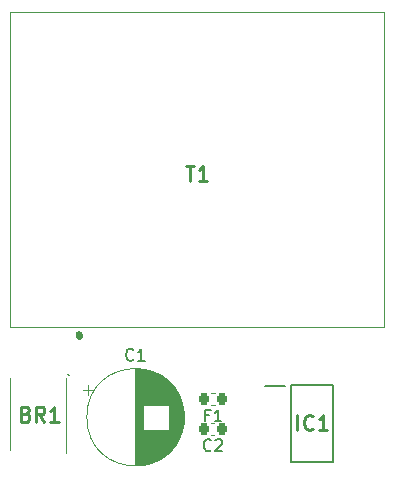
<source format=gbr>
%TF.GenerationSoftware,KiCad,Pcbnew,9.0.0*%
%TF.CreationDate,2025-03-04T05:22:46+01:00*%
%TF.ProjectId,PSU5V,50535535-562e-46b6-9963-61645f706362,rev?*%
%TF.SameCoordinates,Original*%
%TF.FileFunction,Legend,Top*%
%TF.FilePolarity,Positive*%
%FSLAX46Y46*%
G04 Gerber Fmt 4.6, Leading zero omitted, Abs format (unit mm)*
G04 Created by KiCad (PCBNEW 9.0.0) date 2025-03-04 05:22:46*
%MOMM*%
%LPD*%
G01*
G04 APERTURE LIST*
G04 Aperture macros list*
%AMRoundRect*
0 Rectangle with rounded corners*
0 $1 Rounding radius*
0 $2 $3 $4 $5 $6 $7 $8 $9 X,Y pos of 4 corners*
0 Add a 4 corners polygon primitive as box body*
4,1,4,$2,$3,$4,$5,$6,$7,$8,$9,$2,$3,0*
0 Add four circle primitives for the rounded corners*
1,1,$1+$1,$2,$3*
1,1,$1+$1,$4,$5*
1,1,$1+$1,$6,$7*
1,1,$1+$1,$8,$9*
0 Add four rect primitives between the rounded corners*
20,1,$1+$1,$2,$3,$4,$5,0*
20,1,$1+$1,$4,$5,$6,$7,0*
20,1,$1+$1,$6,$7,$8,$9,0*
20,1,$1+$1,$8,$9,$2,$3,0*%
G04 Aperture macros list end*
%ADD10C,0.150000*%
%ADD11C,0.254000*%
%ADD12C,0.120000*%
%ADD13C,0.200000*%
%ADD14C,0.100000*%
%ADD15C,0.600000*%
%ADD16RoundRect,0.218750X0.218750X0.256250X-0.218750X0.256250X-0.218750X-0.256250X0.218750X-0.256250X0*%
%ADD17RoundRect,0.225000X0.225000X0.250000X-0.225000X0.250000X-0.225000X-0.250000X0.225000X-0.250000X0*%
%ADD18R,1.600000X1.600000*%
%ADD19C,1.600000*%
%ADD20R,1.750000X0.950000*%
%ADD21R,1.750000X3.200000*%
%ADD22C,1.300000*%
%ADD23R,1.400000X1.000000*%
G04 APERTURE END LIST*
D10*
X50695166Y-63337009D02*
X50361833Y-63337009D01*
X50361833Y-63860819D02*
X50361833Y-62860819D01*
X50361833Y-62860819D02*
X50838023Y-62860819D01*
X51742785Y-63860819D02*
X51171357Y-63860819D01*
X51457071Y-63860819D02*
X51457071Y-62860819D01*
X51457071Y-62860819D02*
X51361833Y-63003676D01*
X51361833Y-63003676D02*
X51266595Y-63098914D01*
X51266595Y-63098914D02*
X51171357Y-63146533D01*
X50861833Y-66275580D02*
X50814214Y-66323200D01*
X50814214Y-66323200D02*
X50671357Y-66370819D01*
X50671357Y-66370819D02*
X50576119Y-66370819D01*
X50576119Y-66370819D02*
X50433262Y-66323200D01*
X50433262Y-66323200D02*
X50338024Y-66227961D01*
X50338024Y-66227961D02*
X50290405Y-66132723D01*
X50290405Y-66132723D02*
X50242786Y-65942247D01*
X50242786Y-65942247D02*
X50242786Y-65799390D01*
X50242786Y-65799390D02*
X50290405Y-65608914D01*
X50290405Y-65608914D02*
X50338024Y-65513676D01*
X50338024Y-65513676D02*
X50433262Y-65418438D01*
X50433262Y-65418438D02*
X50576119Y-65370819D01*
X50576119Y-65370819D02*
X50671357Y-65370819D01*
X50671357Y-65370819D02*
X50814214Y-65418438D01*
X50814214Y-65418438D02*
X50861833Y-65466057D01*
X51242786Y-65466057D02*
X51290405Y-65418438D01*
X51290405Y-65418438D02*
X51385643Y-65370819D01*
X51385643Y-65370819D02*
X51623738Y-65370819D01*
X51623738Y-65370819D02*
X51718976Y-65418438D01*
X51718976Y-65418438D02*
X51766595Y-65466057D01*
X51766595Y-65466057D02*
X51814214Y-65561295D01*
X51814214Y-65561295D02*
X51814214Y-65656533D01*
X51814214Y-65656533D02*
X51766595Y-65799390D01*
X51766595Y-65799390D02*
X51195167Y-66370819D01*
X51195167Y-66370819D02*
X51814214Y-66370819D01*
X44311333Y-58609580D02*
X44263714Y-58657200D01*
X44263714Y-58657200D02*
X44120857Y-58704819D01*
X44120857Y-58704819D02*
X44025619Y-58704819D01*
X44025619Y-58704819D02*
X43882762Y-58657200D01*
X43882762Y-58657200D02*
X43787524Y-58561961D01*
X43787524Y-58561961D02*
X43739905Y-58466723D01*
X43739905Y-58466723D02*
X43692286Y-58276247D01*
X43692286Y-58276247D02*
X43692286Y-58133390D01*
X43692286Y-58133390D02*
X43739905Y-57942914D01*
X43739905Y-57942914D02*
X43787524Y-57847676D01*
X43787524Y-57847676D02*
X43882762Y-57752438D01*
X43882762Y-57752438D02*
X44025619Y-57704819D01*
X44025619Y-57704819D02*
X44120857Y-57704819D01*
X44120857Y-57704819D02*
X44263714Y-57752438D01*
X44263714Y-57752438D02*
X44311333Y-57800057D01*
X45263714Y-58704819D02*
X44692286Y-58704819D01*
X44978000Y-58704819D02*
X44978000Y-57704819D01*
X44978000Y-57704819D02*
X44882762Y-57847676D01*
X44882762Y-57847676D02*
X44787524Y-57942914D01*
X44787524Y-57942914D02*
X44692286Y-57990533D01*
D11*
X58196237Y-64582318D02*
X58196237Y-63312318D01*
X59526714Y-64461365D02*
X59466238Y-64521842D01*
X59466238Y-64521842D02*
X59284809Y-64582318D01*
X59284809Y-64582318D02*
X59163857Y-64582318D01*
X59163857Y-64582318D02*
X58982428Y-64521842D01*
X58982428Y-64521842D02*
X58861476Y-64400889D01*
X58861476Y-64400889D02*
X58800999Y-64279937D01*
X58800999Y-64279937D02*
X58740523Y-64038032D01*
X58740523Y-64038032D02*
X58740523Y-63856603D01*
X58740523Y-63856603D02*
X58800999Y-63614699D01*
X58800999Y-63614699D02*
X58861476Y-63493746D01*
X58861476Y-63493746D02*
X58982428Y-63372794D01*
X58982428Y-63372794D02*
X59163857Y-63312318D01*
X59163857Y-63312318D02*
X59284809Y-63312318D01*
X59284809Y-63312318D02*
X59466238Y-63372794D01*
X59466238Y-63372794D02*
X59526714Y-63433270D01*
X60736238Y-64582318D02*
X60010523Y-64582318D01*
X60373380Y-64582318D02*
X60373380Y-63312318D01*
X60373380Y-63312318D02*
X60252428Y-63493746D01*
X60252428Y-63493746D02*
X60131476Y-63614699D01*
X60131476Y-63614699D02*
X60010523Y-63675175D01*
X48736381Y-42191318D02*
X49462095Y-42191318D01*
X49099238Y-43461318D02*
X49099238Y-42191318D01*
X50550667Y-43461318D02*
X49824952Y-43461318D01*
X50187809Y-43461318D02*
X50187809Y-42191318D01*
X50187809Y-42191318D02*
X50066857Y-42372746D01*
X50066857Y-42372746D02*
X49945905Y-42493699D01*
X49945905Y-42493699D02*
X49824952Y-42554175D01*
X35192952Y-63196080D02*
X35374380Y-63256556D01*
X35374380Y-63256556D02*
X35434857Y-63317032D01*
X35434857Y-63317032D02*
X35495333Y-63437984D01*
X35495333Y-63437984D02*
X35495333Y-63619413D01*
X35495333Y-63619413D02*
X35434857Y-63740365D01*
X35434857Y-63740365D02*
X35374380Y-63800842D01*
X35374380Y-63800842D02*
X35253428Y-63861318D01*
X35253428Y-63861318D02*
X34769618Y-63861318D01*
X34769618Y-63861318D02*
X34769618Y-62591318D01*
X34769618Y-62591318D02*
X35192952Y-62591318D01*
X35192952Y-62591318D02*
X35313904Y-62651794D01*
X35313904Y-62651794D02*
X35374380Y-62712270D01*
X35374380Y-62712270D02*
X35434857Y-62833222D01*
X35434857Y-62833222D02*
X35434857Y-62954175D01*
X35434857Y-62954175D02*
X35374380Y-63075127D01*
X35374380Y-63075127D02*
X35313904Y-63135603D01*
X35313904Y-63135603D02*
X35192952Y-63196080D01*
X35192952Y-63196080D02*
X34769618Y-63196080D01*
X36765333Y-63861318D02*
X36341999Y-63256556D01*
X36039618Y-63861318D02*
X36039618Y-62591318D01*
X36039618Y-62591318D02*
X36523428Y-62591318D01*
X36523428Y-62591318D02*
X36644380Y-62651794D01*
X36644380Y-62651794D02*
X36704857Y-62712270D01*
X36704857Y-62712270D02*
X36765333Y-62833222D01*
X36765333Y-62833222D02*
X36765333Y-63014651D01*
X36765333Y-63014651D02*
X36704857Y-63135603D01*
X36704857Y-63135603D02*
X36644380Y-63196080D01*
X36644380Y-63196080D02*
X36523428Y-63256556D01*
X36523428Y-63256556D02*
X36039618Y-63256556D01*
X37974857Y-63861318D02*
X37249142Y-63861318D01*
X37611999Y-63861318D02*
X37611999Y-62591318D01*
X37611999Y-62591318D02*
X37491047Y-62772746D01*
X37491047Y-62772746D02*
X37370095Y-62893699D01*
X37370095Y-62893699D02*
X37249142Y-62954175D01*
D12*
%TO.C,F1*%
X51191279Y-61466000D02*
X50865721Y-61466000D01*
X51191279Y-62486000D02*
X50865721Y-62486000D01*
%TO.C,C2*%
X51169080Y-63976000D02*
X50887920Y-63976000D01*
X51169080Y-64996000D02*
X50887920Y-64996000D01*
%TO.C,C1*%
X40068302Y-61185000D02*
X40868302Y-61185000D01*
X40468302Y-60785000D02*
X40468302Y-61585000D01*
X44478000Y-59420000D02*
X44478000Y-67580000D01*
X44518000Y-59420000D02*
X44518000Y-67580000D01*
X44558000Y-59420000D02*
X44558000Y-67580000D01*
X44598000Y-59421000D02*
X44598000Y-67579000D01*
X44638000Y-59423000D02*
X44638000Y-67577000D01*
X44678000Y-59424000D02*
X44678000Y-67576000D01*
X44718000Y-59426000D02*
X44718000Y-67574000D01*
X44758000Y-59429000D02*
X44758000Y-67571000D01*
X44798000Y-59432000D02*
X44798000Y-67568000D01*
X44838000Y-59435000D02*
X44838000Y-67565000D01*
X44878000Y-59439000D02*
X44878000Y-67561000D01*
X44918000Y-59443000D02*
X44918000Y-67557000D01*
X44958000Y-59448000D02*
X44958000Y-67552000D01*
X44998000Y-59452000D02*
X44998000Y-67548000D01*
X45038000Y-59458000D02*
X45038000Y-67542000D01*
X45078000Y-59463000D02*
X45078000Y-67537000D01*
X45118000Y-59470000D02*
X45118000Y-67530000D01*
X45158000Y-59476000D02*
X45158000Y-67524000D01*
X45199000Y-59483000D02*
X45199000Y-62460000D01*
X45199000Y-64540000D02*
X45199000Y-67517000D01*
X45239000Y-59490000D02*
X45239000Y-62460000D01*
X45239000Y-64540000D02*
X45239000Y-67510000D01*
X45279000Y-59498000D02*
X45279000Y-62460000D01*
X45279000Y-64540000D02*
X45279000Y-67502000D01*
X45319000Y-59506000D02*
X45319000Y-62460000D01*
X45319000Y-64540000D02*
X45319000Y-67494000D01*
X45359000Y-59515000D02*
X45359000Y-62460000D01*
X45359000Y-64540000D02*
X45359000Y-67485000D01*
X45399000Y-59524000D02*
X45399000Y-62460000D01*
X45399000Y-64540000D02*
X45399000Y-67476000D01*
X45439000Y-59533000D02*
X45439000Y-62460000D01*
X45439000Y-64540000D02*
X45439000Y-67467000D01*
X45479000Y-59543000D02*
X45479000Y-62460000D01*
X45479000Y-64540000D02*
X45479000Y-67457000D01*
X45519000Y-59553000D02*
X45519000Y-62460000D01*
X45519000Y-64540000D02*
X45519000Y-67447000D01*
X45559000Y-59564000D02*
X45559000Y-62460000D01*
X45559000Y-64540000D02*
X45559000Y-67436000D01*
X45599000Y-59575000D02*
X45599000Y-62460000D01*
X45599000Y-64540000D02*
X45599000Y-67425000D01*
X45639000Y-59586000D02*
X45639000Y-62460000D01*
X45639000Y-64540000D02*
X45639000Y-67414000D01*
X45679000Y-59598000D02*
X45679000Y-62460000D01*
X45679000Y-64540000D02*
X45679000Y-67402000D01*
X45719000Y-59611000D02*
X45719000Y-62460000D01*
X45719000Y-64540000D02*
X45719000Y-67389000D01*
X45759000Y-59623000D02*
X45759000Y-62460000D01*
X45759000Y-64540000D02*
X45759000Y-67377000D01*
X45799000Y-59637000D02*
X45799000Y-62460000D01*
X45799000Y-64540000D02*
X45799000Y-67363000D01*
X45839000Y-59650000D02*
X45839000Y-62460000D01*
X45839000Y-64540000D02*
X45839000Y-67350000D01*
X45879000Y-59665000D02*
X45879000Y-62460000D01*
X45879000Y-64540000D02*
X45879000Y-67335000D01*
X45919000Y-59679000D02*
X45919000Y-62460000D01*
X45919000Y-64540000D02*
X45919000Y-67321000D01*
X45959000Y-59695000D02*
X45959000Y-62460000D01*
X45959000Y-64540000D02*
X45959000Y-67305000D01*
X45999000Y-59710000D02*
X45999000Y-62460000D01*
X45999000Y-64540000D02*
X45999000Y-67290000D01*
X46039000Y-59726000D02*
X46039000Y-62460000D01*
X46039000Y-64540000D02*
X46039000Y-67274000D01*
X46079000Y-59743000D02*
X46079000Y-62460000D01*
X46079000Y-64540000D02*
X46079000Y-67257000D01*
X46119000Y-59760000D02*
X46119000Y-62460000D01*
X46119000Y-64540000D02*
X46119000Y-67240000D01*
X46159000Y-59778000D02*
X46159000Y-62460000D01*
X46159000Y-64540000D02*
X46159000Y-67222000D01*
X46199000Y-59796000D02*
X46199000Y-62460000D01*
X46199000Y-64540000D02*
X46199000Y-67204000D01*
X46239000Y-59814000D02*
X46239000Y-62460000D01*
X46239000Y-64540000D02*
X46239000Y-67186000D01*
X46279000Y-59834000D02*
X46279000Y-62460000D01*
X46279000Y-64540000D02*
X46279000Y-67166000D01*
X46319000Y-59853000D02*
X46319000Y-62460000D01*
X46319000Y-64540000D02*
X46319000Y-67147000D01*
X46359000Y-59873000D02*
X46359000Y-62460000D01*
X46359000Y-64540000D02*
X46359000Y-67127000D01*
X46399000Y-59894000D02*
X46399000Y-62460000D01*
X46399000Y-64540000D02*
X46399000Y-67106000D01*
X46439000Y-59916000D02*
X46439000Y-62460000D01*
X46439000Y-64540000D02*
X46439000Y-67084000D01*
X46479000Y-59938000D02*
X46479000Y-62460000D01*
X46479000Y-64540000D02*
X46479000Y-67062000D01*
X46519000Y-59960000D02*
X46519000Y-62460000D01*
X46519000Y-64540000D02*
X46519000Y-67040000D01*
X46559000Y-59983000D02*
X46559000Y-62460000D01*
X46559000Y-64540000D02*
X46559000Y-67017000D01*
X46599000Y-60007000D02*
X46599000Y-62460000D01*
X46599000Y-64540000D02*
X46599000Y-66993000D01*
X46639000Y-60031000D02*
X46639000Y-62460000D01*
X46639000Y-64540000D02*
X46639000Y-66969000D01*
X46679000Y-60056000D02*
X46679000Y-62460000D01*
X46679000Y-64540000D02*
X46679000Y-66944000D01*
X46719000Y-60082000D02*
X46719000Y-62460000D01*
X46719000Y-64540000D02*
X46719000Y-66918000D01*
X46759000Y-60108000D02*
X46759000Y-62460000D01*
X46759000Y-64540000D02*
X46759000Y-66892000D01*
X46799000Y-60135000D02*
X46799000Y-62460000D01*
X46799000Y-64540000D02*
X46799000Y-66865000D01*
X46839000Y-60162000D02*
X46839000Y-62460000D01*
X46839000Y-64540000D02*
X46839000Y-66838000D01*
X46879000Y-60191000D02*
X46879000Y-62460000D01*
X46879000Y-64540000D02*
X46879000Y-66809000D01*
X46919000Y-60220000D02*
X46919000Y-62460000D01*
X46919000Y-64540000D02*
X46919000Y-66780000D01*
X46959000Y-60250000D02*
X46959000Y-62460000D01*
X46959000Y-64540000D02*
X46959000Y-66750000D01*
X46999000Y-60280000D02*
X46999000Y-62460000D01*
X46999000Y-64540000D02*
X46999000Y-66720000D01*
X47039000Y-60311000D02*
X47039000Y-62460000D01*
X47039000Y-64540000D02*
X47039000Y-66689000D01*
X47079000Y-60344000D02*
X47079000Y-62460000D01*
X47079000Y-64540000D02*
X47079000Y-66656000D01*
X47119000Y-60376000D02*
X47119000Y-62460000D01*
X47119000Y-64540000D02*
X47119000Y-66624000D01*
X47159000Y-60410000D02*
X47159000Y-62460000D01*
X47159000Y-64540000D02*
X47159000Y-66590000D01*
X47199000Y-60445000D02*
X47199000Y-62460000D01*
X47199000Y-64540000D02*
X47199000Y-66555000D01*
X47239000Y-60481000D02*
X47239000Y-62460000D01*
X47239000Y-64540000D02*
X47239000Y-66519000D01*
X47279000Y-60517000D02*
X47279000Y-66483000D01*
X47319000Y-60555000D02*
X47319000Y-66445000D01*
X47359000Y-60593000D02*
X47359000Y-66407000D01*
X47399000Y-60633000D02*
X47399000Y-66367000D01*
X47439000Y-60674000D02*
X47439000Y-66326000D01*
X47479000Y-60716000D02*
X47479000Y-66284000D01*
X47519000Y-60759000D02*
X47519000Y-66241000D01*
X47559000Y-60803000D02*
X47559000Y-66197000D01*
X47599000Y-60849000D02*
X47599000Y-66151000D01*
X47639000Y-60896000D02*
X47639000Y-66104000D01*
X47679000Y-60944000D02*
X47679000Y-66056000D01*
X47719000Y-60995000D02*
X47719000Y-66005000D01*
X47759000Y-61046000D02*
X47759000Y-65954000D01*
X47799000Y-61100000D02*
X47799000Y-65900000D01*
X47839000Y-61155000D02*
X47839000Y-65845000D01*
X47879000Y-61213000D02*
X47879000Y-65787000D01*
X47919000Y-61272000D02*
X47919000Y-65728000D01*
X47959000Y-61334000D02*
X47959000Y-65666000D01*
X47999000Y-61398000D02*
X47999000Y-65602000D01*
X48039000Y-61466000D02*
X48039000Y-65534000D01*
X48079000Y-61536000D02*
X48079000Y-65464000D01*
X48119000Y-61610000D02*
X48119000Y-65390000D01*
X48159000Y-61687000D02*
X48159000Y-65313000D01*
X48199000Y-61769000D02*
X48199000Y-65231000D01*
X48239000Y-61855000D02*
X48239000Y-65145000D01*
X48279000Y-61948000D02*
X48279000Y-65052000D01*
X48319000Y-62047000D02*
X48319000Y-64953000D01*
X48359000Y-62154000D02*
X48359000Y-64846000D01*
X48399000Y-62271000D02*
X48399000Y-64729000D01*
X48439000Y-62402000D02*
X48439000Y-64598000D01*
X48479000Y-62552000D02*
X48479000Y-64448000D01*
X48519000Y-62732000D02*
X48519000Y-64268000D01*
X48559000Y-62967000D02*
X48559000Y-64033000D01*
X48598000Y-63500000D02*
G75*
G02*
X40358000Y-63500000I-4120000J0D01*
G01*
X40358000Y-63500000D02*
G75*
G02*
X48598000Y-63500000I4120000J0D01*
G01*
D13*
%TO.C,IC1*%
X55411000Y-60883000D02*
X57161000Y-60883000D01*
X57686000Y-60758000D02*
X61186000Y-60758000D01*
X57686000Y-67258000D02*
X57686000Y-60758000D01*
X61186000Y-60758000D02*
X61186000Y-67258000D01*
X61186000Y-67258000D02*
X57686000Y-67258000D01*
D14*
%TO.C,T1*%
X33854000Y-29162000D02*
X33854000Y-55862000D01*
X33854000Y-55862000D02*
X65554000Y-55862000D01*
D15*
X39704000Y-56512000D02*
X39704000Y-56512000D01*
X39704000Y-56612000D02*
X39704000Y-56612000D01*
D14*
X65554000Y-29162000D02*
X33854000Y-29162000D01*
X65554000Y-55862000D02*
X65554000Y-29162000D01*
D15*
X39704000Y-56512000D02*
G75*
G02*
X39704000Y-56612000I0J-50000D01*
G01*
X39704000Y-56612000D02*
G75*
G02*
X39704000Y-56512000I0J50000D01*
G01*
D14*
%TO.C,BR1*%
X33854000Y-60212000D02*
X33854000Y-66287000D01*
X38604000Y-60212000D02*
X38604000Y-66487000D01*
X38729000Y-59887000D02*
X38729000Y-59887000D01*
X38829000Y-59887000D02*
X38829000Y-59887000D01*
X38729000Y-59887000D02*
G75*
G02*
X38829000Y-59887000I50000J0D01*
G01*
X38829000Y-59887000D02*
G75*
G02*
X38729000Y-59887000I-50000J0D01*
G01*
%TD*%
%LPC*%
D16*
%TO.C,F1*%
X51816000Y-61976000D03*
X50241000Y-61976000D03*
%TD*%
D17*
%TO.C,C2*%
X51803500Y-64486000D03*
X50253500Y-64486000D03*
%TD*%
D18*
%TO.C,C1*%
X42728000Y-63500000D03*
D19*
X46228000Y-63500000D03*
%TD*%
D20*
%TO.C,IC1*%
X56286000Y-61708000D03*
X56286000Y-64008000D03*
X56286000Y-66308000D03*
D21*
X62586000Y-64008000D03*
%TD*%
D22*
%TO.C,T1*%
X39704000Y-52512000D03*
X59704000Y-52512000D03*
X54704000Y-32512000D03*
X44704000Y-32512000D03*
%TD*%
D23*
%TO.C,BR1*%
X37499000Y-60212000D03*
X37499000Y-66362000D03*
X34959000Y-66362000D03*
X34959000Y-60212000D03*
%TD*%
%LPD*%
M02*

</source>
